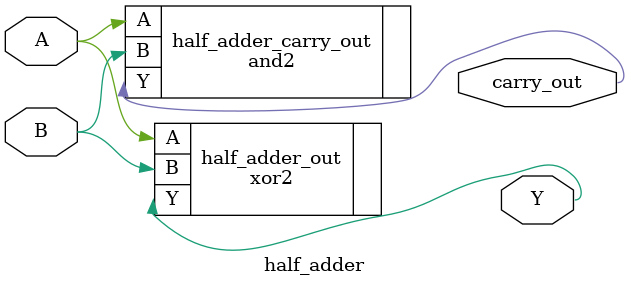
<source format=sv>
module arithmetic_unit(A,B,opcode,Y,carry_out);
  input wire [7:0]A;
  input wire [7:0]B;
  input wire [3:0]opcode;
  output wire [7:0]Y;
  output wire carry_out;
  
  wire [7:0]sub_op2;
  wire [7:0]carry_ripple_adder_out, array_multiplier_out;
  
  xor2 sub0(.A(opcode[0]), .B(B[0]), .Y(sub_op2[0]));
  xor2 sub1(.A(opcode[0]), .B(B[1]), .Y(sub_op2[1]));
  xor2 sub2(.A(opcode[0]), .B(B[2]), .Y(sub_op2[2]));
  xor2 sub3(.A(opcode[0]), .B(B[3]), .Y(sub_op2[3]));
  xor2 sub4(.A(opcode[0]), .B(B[4]), .Y(sub_op2[4]));
  xor2 sub5(.A(opcode[0]), .B(B[5]), .Y(sub_op2[5]));
  xor2 sub6(.A(opcode[0]), .B(B[6]), .Y(sub_op2[6]));
  xor2 sub7(.A(opcode[0]), .B(B[7]), .Y(sub_op2[7]));
  
  carry_ripple_adder cra0(.A(A), .B(sub_op2), .Y(carry_ripple_adder_out), .carry_in(opcode[0]), .carry_out(carry_out));
  array_multiplier aml0(.A(A[7:4]), .B(B[7:4]), .Y(array_multiplier_out));
  
  mux2 yout0(.A(carry_ripple_adder_out[0]), .B(array_multiplier_out[0]), .S(opcode[1]), .Y(Y[0]));
  mux2 yout1(.A(carry_ripple_adder_out[1]), .B(array_multiplier_out[1]), .S(opcode[1]), .Y(Y[1]));
  mux2 yout2(.A(carry_ripple_adder_out[2]), .B(array_multiplier_out[2]), .S(opcode[1]), .Y(Y[2]));
  mux2 yout3(.A(carry_ripple_adder_out[3]), .B(array_multiplier_out[3]), .S(opcode[1]), .Y(Y[3]));
  mux2 yout4(.A(carry_ripple_adder_out[4]), .B(array_multiplier_out[4]), .S(opcode[1]), .Y(Y[4]));
  mux2 yout5(.A(carry_ripple_adder_out[5]), .B(array_multiplier_out[5]), .S(opcode[1]), .Y(Y[5]));
  mux2 yout6(.A(carry_ripple_adder_out[6]), .B(array_multiplier_out[6]), .S(opcode[1]), .Y(Y[6]));
  mux2 yout7(.A(carry_ripple_adder_out[7]), .B(array_multiplier_out[7]), .S(opcode[1]), .Y(Y[7]));
  
             
                                         
endmodule
                
               
  

module array_multiplier(A,B,Y);
  input wire [3:0]A;
  input wire [3:0]B;
  output wire [7:0]Y;
  
  wire [15:0]W;
  wire [10:0] C;
  wire [5:0] S;
  
  and2 a0b0(.A(A[0]), .B(B[0]), .Y(W[0]));
  and2 a0b1(.A(A[0]), .B(B[1]), .Y(W[1]));
  and2 a0b2(.A(A[0]), .B(B[2]), .Y(W[2]));
  and2 a0b3(.A(A[0]), .B(B[3]), .Y(W[3]));
  
  and2 a1b0(.A(A[1]), .B(B[0]), .Y(W[4]));
  and2 a1b1(.A(A[1]), .B(B[1]), .Y(W[5]));
  and2 a1b2(.A(A[1]), .B(B[2]), .Y(W[6]));
  and2 a1b3(.A(A[1]), .B(B[3]), .Y(W[7]));
  
  and2 a2b0(.A(A[2]), .B(B[0]), .Y(W[8]));
  and2 a2b1(.A(A[2]), .B(B[1]), .Y(W[9]));
  and2 a2b2(.A(A[2]), .B(B[2]), .Y(W[10]));
  and2 a2b3(.A(A[2]), .B(B[3]), .Y(W[11]));
  
  and2 a3b0(.A(A[3]), .B(B[0]), .Y(W[12]));
  and2 a3b1(.A(A[3]), .B(B[1]), .Y(W[13]));
  and2 a3b2(.A(A[3]), .B(B[2]), .Y(W[14]));
  and2 a3b3(.A(A[3]), .B(B[3]), .Y(W[15]));
  
  assign Y[0] = W[0];
  
  half_adder ha0(.A(W[1]), .B(W[4]), .carry_out(C[0]), .Y(Y[1]));
  
  full_adder fa0(.A(W[5]), .B(W[8]), .carry_in(C[0]), .carry_out(C[1]), .Y(S[0]));
  half_adder ha1(.A(S[0]), .B(W[2]), .carry_out(C[2]), .Y(Y[2]));
  
  full_adder fa1(.A(W[9]), .B(W[12]), .carry_in(C[1]), .carry_out(C[3]), .Y(S[1]));
  full_adder fa2(.A(S[1]), .B(W[6]), .carry_in(C[2]), .carry_out(C[4]), .Y(S[2]));
  half_adder ha2(.A(S[2]), .B(W[3]), .carry_out(C[5]), .Y(Y[3]));
  
  full_adder fa3(.A(C[3]), .B(W[13]), .carry_in(C[4]), .carry_out(C[6]), .Y(S[3]));
  full_adder fa4(.A(S[3]), .B(W[10]), .carry_in(C[5]), .carry_out(C[7]), .Y(S[4]));
  half_adder ha3(.A(S[4]), .B(W[7]), .carry_out(C[8]), .Y(Y[4]));
  
  full_adder fa5(.A(C[6]), .B(W[14]), .carry_in(C[7]), .carry_out(C[9]), .Y(S[5]));
  full_adder fa6(.A(S[5]), .B(W[11]), .carry_in(C[8]), .carry_out(C[10]), .Y(Y[5]));
  
  full_adder fa7(.A(C[9]), .B(W[15]), .carry_in(C[10]), .carry_out(Y[7]), .Y(Y[6]));
    
endmodule

module carry_ripple_adder(A,B,Y,carry_in,carry_out);
  input wire [7:0]A;
  input wire [7:0]B;
  input wire carry_in;
  output wire [7:0]Y;
  output wire carry_out;
  
  wire carry1, carry2, carry3, carry4, carry5, carry6, carry7;
  
  full_adder bit0(.A(A[0]), .B(B[0]), .carry_in(carry_in), .Y(Y[0]), .carry_out(carry1));
  full_adder bit1(.A(A[1]), .B(B[1]), .carry_in(carry1),   .Y(Y[1]), .carry_out(carry2));
  full_adder bit2(.A(A[2]), .B(B[2]), .carry_in(carry2),   .Y(Y[2]), .carry_out(carry3));
  full_adder bit3(.A(A[3]), .B(B[3]), .carry_in(carry3),   .Y(Y[3]), .carry_out(carry4));
  full_adder bit4(.A(A[4]), .B(B[4]), .carry_in(carry4),   .Y(Y[4]), .carry_out(carry5));
  full_adder bit5(.A(A[5]), .B(B[5]), .carry_in(carry5),   .Y(Y[5]), .carry_out(carry6));
  full_adder bit6(.A(A[6]), .B(B[6]), .carry_in(carry6),   .Y(Y[6]), .carry_out(carry7));
  full_adder bit7(.A(A[7]), .B(B[7]), .carry_in(carry7),   .Y(Y[7]), .carry_out(carry_out));
  
endmodule


module full_adder(A,B,Y,carry_in,carry_out);
  input wire A;
  input wire B;
  input wire carry_in;
  output wire Y;
  output wire carry_out;
  
  wire a_and_b, a_and_c, b_and_c;
  
  xor3 full_adder_out(.A(A), .B(B), .C(carry_in), .Y(Y));
  and2 carry_out_a_and_b(.A(A), .B(B), .Y(a_and_b));
  and2 carry_out_a_and_c(.A(A), .B(carry_in), .Y(a_and_c));
  and2 carry_out_b_and_c(.A(B), .B(carry_in), .Y(b_and_c));
  or3 full_adder_carry_out(.A(a_and_b), .B(a_and_c), .C(b_and_c), .Y(carry_out));
endmodule
  
module half_adder(A,B,Y,carry_out);
  input wire A;
  input wire B;
  output wire Y;
  output wire carry_out;
  
  wire a_and_b, a_and_c, b_and_c;
  
  xor2 half_adder_out(.A(A), .B(B), .Y(Y));
  and2 half_adder_carry_out(.A(A), .B(B), .Y(carry_out));
endmodule
</source>
